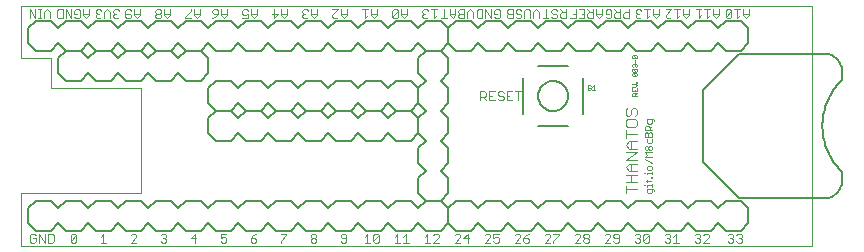
<source format=gto>
G75*
G70*
%OFA0B0*%
%FSLAX24Y24*%
%IPPOS*%
%LPD*%
%AMOC8*
5,1,8,0,0,1.08239X$1,22.5*
%
%ADD10C,0.0000*%
%ADD11C,0.0030*%
%ADD12C,0.0020*%
%ADD13C,0.0010*%
%ADD14C,0.0080*%
D10*
X000300Y002893D02*
X000300Y004643D01*
X004050Y004643D01*
X004300Y004643D01*
X004300Y008143D01*
X002050Y008143D01*
X001300Y008143D01*
X001300Y009143D01*
X000300Y009143D01*
X000300Y010889D01*
X000300Y010893D01*
X000300Y010889D02*
X026670Y010889D01*
X026670Y002893D01*
X000300Y002893D01*
D11*
X000615Y003057D02*
X000663Y003008D01*
X000760Y003008D01*
X000808Y003057D01*
X000808Y003153D01*
X000712Y003153D01*
X000615Y003057D02*
X000615Y003250D01*
X000663Y003299D01*
X000760Y003299D01*
X000808Y003250D01*
X000910Y003299D02*
X001103Y003008D01*
X001103Y003299D01*
X001204Y003299D02*
X001349Y003299D01*
X001398Y003250D01*
X001398Y003057D01*
X001349Y003008D01*
X001204Y003008D01*
X001204Y003299D01*
X000910Y003299D02*
X000910Y003008D01*
X001965Y003057D02*
X002158Y003250D01*
X002158Y003057D01*
X002110Y003008D01*
X002013Y003008D01*
X001965Y003057D01*
X001965Y003250D01*
X002013Y003299D01*
X002110Y003299D01*
X002158Y003250D01*
X002965Y003202D02*
X003062Y003299D01*
X003062Y003008D01*
X003158Y003008D02*
X002965Y003008D01*
X003965Y003008D02*
X004158Y003202D01*
X004158Y003250D01*
X004110Y003299D01*
X004013Y003299D01*
X003965Y003250D01*
X003965Y003008D02*
X004158Y003008D01*
X004965Y003057D02*
X005013Y003008D01*
X005110Y003008D01*
X005158Y003057D01*
X005158Y003105D01*
X005110Y003153D01*
X005062Y003153D01*
X005110Y003153D02*
X005158Y003202D01*
X005158Y003250D01*
X005110Y003299D01*
X005013Y003299D01*
X004965Y003250D01*
X005965Y003153D02*
X006158Y003153D01*
X006110Y003008D02*
X006110Y003299D01*
X005965Y003153D01*
X006965Y003153D02*
X007062Y003202D01*
X007110Y003202D01*
X007158Y003153D01*
X007158Y003057D01*
X007110Y003008D01*
X007013Y003008D01*
X006965Y003057D01*
X006965Y003153D02*
X006965Y003299D01*
X007158Y003299D01*
X007965Y003153D02*
X007965Y003057D01*
X008013Y003008D01*
X008110Y003008D01*
X008158Y003057D01*
X008158Y003105D01*
X008110Y003153D01*
X007965Y003153D01*
X008062Y003250D01*
X008158Y003299D01*
X008965Y003299D02*
X009158Y003299D01*
X009158Y003250D01*
X008965Y003057D01*
X008965Y003008D01*
X009965Y003057D02*
X009965Y003105D01*
X010013Y003153D01*
X010110Y003153D01*
X010158Y003105D01*
X010158Y003057D01*
X010110Y003008D01*
X010013Y003008D01*
X009965Y003057D01*
X010013Y003153D02*
X009965Y003202D01*
X009965Y003250D01*
X010013Y003299D01*
X010110Y003299D01*
X010158Y003250D01*
X010158Y003202D01*
X010110Y003153D01*
X010965Y003202D02*
X011013Y003153D01*
X011158Y003153D01*
X011158Y003057D02*
X011158Y003250D01*
X011110Y003299D01*
X011013Y003299D01*
X010965Y003250D01*
X010965Y003202D01*
X010965Y003057D02*
X011013Y003008D01*
X011110Y003008D01*
X011158Y003057D01*
X011765Y003008D02*
X011958Y003008D01*
X011862Y003008D02*
X011862Y003299D01*
X011765Y003202D01*
X012060Y003250D02*
X012060Y003057D01*
X012253Y003250D01*
X012253Y003057D01*
X012205Y003008D01*
X012108Y003008D01*
X012060Y003057D01*
X012060Y003250D02*
X012108Y003299D01*
X012205Y003299D01*
X012253Y003250D01*
X012765Y003202D02*
X012862Y003299D01*
X012862Y003008D01*
X012958Y003008D02*
X012765Y003008D01*
X013060Y003008D02*
X013253Y003008D01*
X013156Y003008D02*
X013156Y003299D01*
X013060Y003202D01*
X013765Y003202D02*
X013862Y003299D01*
X013862Y003008D01*
X013958Y003008D02*
X013765Y003008D01*
X014060Y003008D02*
X014253Y003202D01*
X014253Y003250D01*
X014205Y003299D01*
X014108Y003299D01*
X014060Y003250D01*
X014060Y003008D02*
X014253Y003008D01*
X014765Y003008D02*
X014958Y003202D01*
X014958Y003250D01*
X014910Y003299D01*
X014813Y003299D01*
X014765Y003250D01*
X015060Y003153D02*
X015253Y003153D01*
X015205Y003008D02*
X015205Y003299D01*
X015060Y003153D01*
X014958Y003008D02*
X014765Y003008D01*
X015765Y003008D02*
X015958Y003202D01*
X015958Y003250D01*
X015910Y003299D01*
X015813Y003299D01*
X015765Y003250D01*
X016060Y003299D02*
X016060Y003153D01*
X016156Y003202D01*
X016205Y003202D01*
X016253Y003153D01*
X016253Y003057D01*
X016205Y003008D01*
X016108Y003008D01*
X016060Y003057D01*
X015958Y003008D02*
X015765Y003008D01*
X016060Y003299D02*
X016253Y003299D01*
X016765Y003250D02*
X016813Y003299D01*
X016910Y003299D01*
X016958Y003250D01*
X016958Y003202D01*
X016765Y003008D01*
X016958Y003008D01*
X017060Y003057D02*
X017060Y003153D01*
X017205Y003153D01*
X017253Y003105D01*
X017253Y003057D01*
X017205Y003008D01*
X017108Y003008D01*
X017060Y003057D01*
X017060Y003153D02*
X017156Y003250D01*
X017253Y003299D01*
X017765Y003250D02*
X017813Y003299D01*
X017910Y003299D01*
X017958Y003250D01*
X017958Y003202D01*
X017765Y003008D01*
X017958Y003008D01*
X018060Y003008D02*
X018060Y003057D01*
X018253Y003250D01*
X018253Y003299D01*
X018060Y003299D01*
X018765Y003250D02*
X018813Y003299D01*
X018910Y003299D01*
X018958Y003250D01*
X018958Y003202D01*
X018765Y003008D01*
X018958Y003008D01*
X019060Y003057D02*
X019060Y003105D01*
X019108Y003153D01*
X019205Y003153D01*
X019253Y003105D01*
X019253Y003057D01*
X019205Y003008D01*
X019108Y003008D01*
X019060Y003057D01*
X019108Y003153D02*
X019060Y003202D01*
X019060Y003250D01*
X019108Y003299D01*
X019205Y003299D01*
X019253Y003250D01*
X019253Y003202D01*
X019205Y003153D01*
X019765Y003250D02*
X019813Y003299D01*
X019910Y003299D01*
X019958Y003250D01*
X019958Y003202D01*
X019765Y003008D01*
X019958Y003008D01*
X020060Y003057D02*
X020108Y003008D01*
X020205Y003008D01*
X020253Y003057D01*
X020253Y003250D01*
X020205Y003299D01*
X020108Y003299D01*
X020060Y003250D01*
X020060Y003202D01*
X020108Y003153D01*
X020253Y003153D01*
X020765Y003057D02*
X020813Y003008D01*
X020910Y003008D01*
X020958Y003057D01*
X020958Y003105D01*
X020910Y003153D01*
X020862Y003153D01*
X020910Y003153D02*
X020958Y003202D01*
X020958Y003250D01*
X020910Y003299D01*
X020813Y003299D01*
X020765Y003250D01*
X021060Y003250D02*
X021108Y003299D01*
X021205Y003299D01*
X021253Y003250D01*
X021060Y003057D01*
X021108Y003008D01*
X021205Y003008D01*
X021253Y003057D01*
X021253Y003250D01*
X021060Y003250D02*
X021060Y003057D01*
X021765Y003057D02*
X021813Y003008D01*
X021910Y003008D01*
X021958Y003057D01*
X021958Y003105D01*
X021910Y003153D01*
X021862Y003153D01*
X021910Y003153D02*
X021958Y003202D01*
X021958Y003250D01*
X021910Y003299D01*
X021813Y003299D01*
X021765Y003250D01*
X022060Y003202D02*
X022156Y003299D01*
X022156Y003008D01*
X022060Y003008D02*
X022253Y003008D01*
X022765Y003057D02*
X022813Y003008D01*
X022910Y003008D01*
X022958Y003057D01*
X022958Y003105D01*
X022910Y003153D01*
X022862Y003153D01*
X022910Y003153D02*
X022958Y003202D01*
X022958Y003250D01*
X022910Y003299D01*
X022813Y003299D01*
X022765Y003250D01*
X023060Y003250D02*
X023108Y003299D01*
X023205Y003299D01*
X023253Y003250D01*
X023253Y003202D01*
X023060Y003008D01*
X023253Y003008D01*
X023865Y003057D02*
X023913Y003008D01*
X024010Y003008D01*
X024058Y003057D01*
X024058Y003105D01*
X024010Y003153D01*
X023962Y003153D01*
X024010Y003153D02*
X024058Y003202D01*
X024058Y003250D01*
X024010Y003299D01*
X023913Y003299D01*
X023865Y003250D01*
X024160Y003250D02*
X024208Y003299D01*
X024305Y003299D01*
X024353Y003250D01*
X024353Y003202D01*
X024305Y003153D01*
X024353Y003105D01*
X024353Y003057D01*
X024305Y003008D01*
X024208Y003008D01*
X024160Y003057D01*
X024256Y003153D02*
X024305Y003153D01*
X020835Y004782D02*
X020465Y004782D01*
X020465Y004905D02*
X020465Y004658D01*
X020465Y005027D02*
X020835Y005027D01*
X020650Y005027D02*
X020650Y005273D01*
X020650Y005395D02*
X020650Y005642D01*
X020588Y005642D02*
X020835Y005642D01*
X020835Y005763D02*
X020465Y005763D01*
X020835Y006010D01*
X020465Y006010D01*
X020588Y006132D02*
X020465Y006255D01*
X020588Y006378D01*
X020835Y006378D01*
X020650Y006378D02*
X020650Y006132D01*
X020588Y006132D02*
X020835Y006132D01*
X020465Y006500D02*
X020465Y006747D01*
X020465Y006623D02*
X020835Y006623D01*
X020773Y006868D02*
X020526Y006868D01*
X020465Y006930D01*
X020465Y007053D01*
X020526Y007115D01*
X020773Y007115D01*
X020835Y007053D01*
X020835Y006930D01*
X020773Y006868D01*
X020773Y007237D02*
X020835Y007298D01*
X020835Y007422D01*
X020773Y007483D01*
X020712Y007483D01*
X020650Y007422D01*
X020650Y007298D01*
X020588Y007237D01*
X020526Y007237D01*
X020465Y007298D01*
X020465Y007422D01*
X020526Y007483D01*
X020588Y005642D02*
X020465Y005518D01*
X020588Y005395D01*
X020835Y005395D01*
X020835Y005273D02*
X020465Y005273D01*
X016890Y007758D02*
X016890Y008049D01*
X016794Y008049D02*
X016987Y008049D01*
X016692Y008049D02*
X016499Y008049D01*
X016499Y007758D01*
X016692Y007758D01*
X016596Y007903D02*
X016499Y007903D01*
X016398Y007855D02*
X016398Y007807D01*
X016349Y007758D01*
X016253Y007758D01*
X016204Y007807D01*
X016253Y007903D02*
X016204Y007952D01*
X016204Y008000D01*
X016253Y008049D01*
X016349Y008049D01*
X016398Y008000D01*
X016349Y007903D02*
X016398Y007855D01*
X016349Y007903D02*
X016253Y007903D01*
X016103Y007758D02*
X015910Y007758D01*
X015910Y008049D01*
X016103Y008049D01*
X016006Y007903D02*
X015910Y007903D01*
X015808Y007903D02*
X015760Y007855D01*
X015615Y007855D01*
X015615Y007758D02*
X015615Y008049D01*
X015760Y008049D01*
X015808Y008000D01*
X015808Y007903D01*
X015712Y007855D02*
X015808Y007758D01*
X015797Y010488D02*
X015797Y010778D01*
X015990Y010488D01*
X015990Y010778D01*
X016092Y010730D02*
X016140Y010778D01*
X016237Y010778D01*
X016285Y010730D01*
X016285Y010536D01*
X016237Y010488D01*
X016140Y010488D01*
X016092Y010536D01*
X016092Y010633D02*
X016188Y010633D01*
X016092Y010633D02*
X016092Y010730D01*
X015696Y010778D02*
X015696Y010488D01*
X015551Y010488D01*
X015502Y010536D01*
X015502Y010730D01*
X015551Y010778D01*
X015696Y010778D01*
X015385Y010682D02*
X015288Y010778D01*
X015192Y010682D01*
X015192Y010488D01*
X015090Y010488D02*
X014945Y010488D01*
X014897Y010536D01*
X014897Y010585D01*
X014945Y010633D01*
X015090Y010633D01*
X014945Y010633D02*
X014897Y010682D01*
X014897Y010730D01*
X014945Y010778D01*
X015090Y010778D01*
X015090Y010488D01*
X015385Y010488D02*
X015385Y010682D01*
X014796Y010633D02*
X014602Y010633D01*
X014602Y010585D02*
X014602Y010778D01*
X014796Y010778D02*
X014796Y010585D01*
X014699Y010488D01*
X014602Y010585D01*
X014501Y010488D02*
X014308Y010488D01*
X014404Y010488D02*
X014404Y010778D01*
X014185Y010778D02*
X013992Y010778D01*
X014088Y010778D02*
X014088Y010488D01*
X014185Y010585D01*
X013890Y010536D02*
X013842Y010488D01*
X013745Y010488D01*
X013697Y010536D01*
X013697Y010585D01*
X013745Y010633D01*
X013697Y010682D01*
X013697Y010730D01*
X013745Y010778D01*
X013842Y010778D01*
X013890Y010730D01*
X013794Y010633D02*
X013745Y010633D01*
X013185Y010633D02*
X012992Y010633D01*
X012992Y010585D02*
X012992Y010778D01*
X012890Y010730D02*
X012697Y010536D01*
X012697Y010730D01*
X012745Y010778D01*
X012842Y010778D01*
X012890Y010730D01*
X012890Y010536D01*
X012842Y010488D01*
X012745Y010488D01*
X012697Y010536D01*
X012992Y010585D02*
X013088Y010488D01*
X013185Y010585D01*
X013185Y010778D01*
X012185Y010778D02*
X012185Y010585D01*
X012088Y010488D01*
X011992Y010585D01*
X011992Y010778D01*
X011890Y010778D02*
X011697Y010778D01*
X011794Y010778D02*
X011794Y010488D01*
X011890Y010585D01*
X011992Y010633D02*
X012185Y010633D01*
X011185Y010633D02*
X010992Y010633D01*
X010992Y010585D02*
X010992Y010778D01*
X010890Y010778D02*
X010697Y010585D01*
X010697Y010536D01*
X010745Y010488D01*
X010842Y010488D01*
X010890Y010536D01*
X010992Y010585D02*
X011088Y010488D01*
X011185Y010585D01*
X011185Y010778D01*
X010890Y010778D02*
X010697Y010778D01*
X010185Y010778D02*
X010185Y010585D01*
X010088Y010488D01*
X009992Y010585D01*
X009992Y010778D01*
X009890Y010730D02*
X009842Y010778D01*
X009745Y010778D01*
X009697Y010730D01*
X009697Y010682D01*
X009745Y010633D01*
X009794Y010633D01*
X009745Y010633D02*
X009697Y010585D01*
X009697Y010536D01*
X009745Y010488D01*
X009842Y010488D01*
X009890Y010536D01*
X009992Y010633D02*
X010185Y010633D01*
X009185Y010633D02*
X008992Y010633D01*
X008992Y010585D02*
X008992Y010778D01*
X008890Y010633D02*
X008697Y010633D01*
X008745Y010488D02*
X008890Y010633D01*
X008992Y010585D02*
X009088Y010488D01*
X009185Y010585D01*
X009185Y010778D01*
X008745Y010778D02*
X008745Y010488D01*
X008185Y010585D02*
X008185Y010778D01*
X008185Y010633D02*
X007992Y010633D01*
X007992Y010585D02*
X007992Y010778D01*
X007890Y010730D02*
X007842Y010778D01*
X007745Y010778D01*
X007697Y010730D01*
X007697Y010633D01*
X007745Y010585D01*
X007794Y010585D01*
X007890Y010633D01*
X007890Y010488D01*
X007697Y010488D01*
X007992Y010585D02*
X008088Y010488D01*
X008185Y010585D01*
X007185Y010585D02*
X007088Y010488D01*
X006992Y010585D01*
X006992Y010778D01*
X006890Y010730D02*
X006842Y010778D01*
X006745Y010778D01*
X006697Y010730D01*
X006697Y010682D01*
X006745Y010633D01*
X006890Y010633D01*
X006890Y010730D01*
X006890Y010633D02*
X006794Y010536D01*
X006697Y010488D01*
X006285Y010585D02*
X006188Y010488D01*
X006092Y010585D01*
X006092Y010778D01*
X005990Y010778D02*
X005990Y010730D01*
X005797Y010536D01*
X005797Y010488D01*
X005990Y010488D01*
X006092Y010633D02*
X006285Y010633D01*
X006285Y010585D02*
X006285Y010778D01*
X006992Y010633D02*
X007185Y010633D01*
X007185Y010585D02*
X007185Y010778D01*
X005285Y010778D02*
X005285Y010585D01*
X005188Y010488D01*
X005092Y010585D01*
X005092Y010778D01*
X004990Y010730D02*
X004990Y010682D01*
X004942Y010633D01*
X004845Y010633D01*
X004797Y010682D01*
X004797Y010730D01*
X004845Y010778D01*
X004942Y010778D01*
X004990Y010730D01*
X004942Y010633D02*
X004990Y010585D01*
X004990Y010536D01*
X004942Y010488D01*
X004845Y010488D01*
X004797Y010536D01*
X004797Y010585D01*
X004845Y010633D01*
X005092Y010633D02*
X005285Y010633D01*
X004285Y010633D02*
X004092Y010633D01*
X004092Y010585D02*
X004092Y010778D01*
X003990Y010730D02*
X003942Y010778D01*
X003845Y010778D01*
X003797Y010730D01*
X003797Y010536D01*
X003845Y010488D01*
X003942Y010488D01*
X003990Y010536D01*
X003990Y010585D01*
X003942Y010633D01*
X003797Y010633D01*
X003585Y010536D02*
X003537Y010488D01*
X003440Y010488D01*
X003392Y010536D01*
X003392Y010585D01*
X003440Y010633D01*
X003392Y010682D01*
X003392Y010730D01*
X003440Y010778D01*
X003537Y010778D01*
X003585Y010730D01*
X003488Y010633D02*
X003440Y010633D01*
X003290Y010682D02*
X003290Y010488D01*
X003097Y010488D02*
X003097Y010682D01*
X003194Y010778D01*
X003290Y010682D01*
X002996Y010730D02*
X002947Y010778D01*
X002851Y010778D01*
X002802Y010730D01*
X002802Y010682D01*
X002851Y010633D01*
X002899Y010633D01*
X002851Y010633D02*
X002802Y010585D01*
X002802Y010536D01*
X002851Y010488D01*
X002947Y010488D01*
X002996Y010536D01*
X002585Y010585D02*
X002488Y010488D01*
X002392Y010585D01*
X002392Y010778D01*
X002290Y010730D02*
X002242Y010778D01*
X002145Y010778D01*
X002097Y010730D01*
X002097Y010633D01*
X002194Y010633D01*
X002290Y010536D02*
X002290Y010730D01*
X002392Y010633D02*
X002585Y010633D01*
X002585Y010585D02*
X002585Y010778D01*
X002290Y010536D02*
X002242Y010488D01*
X002145Y010488D01*
X002097Y010536D01*
X001996Y010488D02*
X001802Y010778D01*
X001802Y010488D01*
X001701Y010488D02*
X001556Y010488D01*
X001508Y010536D01*
X001508Y010730D01*
X001556Y010778D01*
X001701Y010778D01*
X001701Y010488D01*
X001996Y010488D02*
X001996Y010778D01*
X001285Y010682D02*
X001285Y010488D01*
X001092Y010488D02*
X001092Y010682D01*
X001188Y010778D01*
X001285Y010682D01*
X000990Y010778D02*
X000894Y010778D01*
X000942Y010778D02*
X000942Y010488D01*
X000990Y010488D02*
X000894Y010488D01*
X000794Y010488D02*
X000600Y010778D01*
X000600Y010488D01*
X000794Y010488D02*
X000794Y010778D01*
X004092Y010585D02*
X004188Y010488D01*
X004285Y010585D01*
X004285Y010778D01*
X016508Y010730D02*
X016556Y010778D01*
X016701Y010778D01*
X016701Y010488D01*
X016556Y010488D01*
X016508Y010536D01*
X016508Y010585D01*
X016556Y010633D01*
X016701Y010633D01*
X016802Y010682D02*
X016802Y010730D01*
X016851Y010778D01*
X016947Y010778D01*
X016996Y010730D01*
X017097Y010730D02*
X017097Y010488D01*
X016996Y010536D02*
X016996Y010585D01*
X016947Y010633D01*
X016851Y010633D01*
X016802Y010682D01*
X016802Y010536D02*
X016851Y010488D01*
X016947Y010488D01*
X016996Y010536D01*
X017097Y010730D02*
X017145Y010778D01*
X017242Y010778D01*
X017290Y010730D01*
X017290Y010488D01*
X017392Y010488D02*
X017392Y010682D01*
X017488Y010778D01*
X017585Y010682D01*
X017585Y010488D01*
X017702Y010488D02*
X017896Y010488D01*
X017799Y010488D02*
X017799Y010778D01*
X017997Y010730D02*
X018045Y010778D01*
X018142Y010778D01*
X018190Y010730D01*
X018142Y010633D02*
X018190Y010585D01*
X018190Y010536D01*
X018142Y010488D01*
X018045Y010488D01*
X017997Y010536D01*
X018045Y010633D02*
X017997Y010682D01*
X017997Y010730D01*
X018045Y010633D02*
X018142Y010633D01*
X018292Y010633D02*
X018292Y010536D01*
X018340Y010488D01*
X018485Y010488D01*
X018485Y010778D01*
X018485Y010682D02*
X018340Y010682D01*
X018292Y010633D01*
X018388Y010682D02*
X018292Y010778D01*
X018704Y010633D02*
X018801Y010633D01*
X018801Y010488D02*
X018608Y010488D01*
X018801Y010488D02*
X018801Y010778D01*
X018902Y010778D02*
X019096Y010778D01*
X019096Y010488D01*
X018902Y010488D01*
X018999Y010633D02*
X019096Y010633D01*
X019197Y010633D02*
X019245Y010682D01*
X019390Y010682D01*
X019390Y010778D02*
X019390Y010488D01*
X019245Y010488D01*
X019197Y010536D01*
X019197Y010633D01*
X019294Y010682D02*
X019197Y010778D01*
X019492Y010778D02*
X019492Y010585D01*
X019588Y010488D01*
X019685Y010585D01*
X019685Y010778D01*
X019802Y010730D02*
X019802Y010633D01*
X019899Y010633D01*
X019996Y010536D02*
X019996Y010730D01*
X019947Y010778D01*
X019851Y010778D01*
X019802Y010730D01*
X019685Y010633D02*
X019492Y010633D01*
X019802Y010536D02*
X019851Y010488D01*
X019947Y010488D01*
X019996Y010536D01*
X020097Y010536D02*
X020097Y010633D01*
X020145Y010682D01*
X020290Y010682D01*
X020290Y010778D02*
X020290Y010488D01*
X020145Y010488D01*
X020097Y010536D01*
X020194Y010682D02*
X020097Y010778D01*
X020392Y010633D02*
X020440Y010682D01*
X020585Y010682D01*
X020585Y010778D02*
X020585Y010488D01*
X020440Y010488D01*
X020392Y010536D01*
X020392Y010633D01*
X020802Y010585D02*
X020851Y010633D01*
X020802Y010682D01*
X020802Y010730D01*
X020851Y010778D01*
X020947Y010778D01*
X020996Y010730D01*
X021097Y010778D02*
X021290Y010778D01*
X021194Y010778D02*
X021194Y010488D01*
X021290Y010585D01*
X021392Y010585D02*
X021392Y010778D01*
X021392Y010633D02*
X021585Y010633D01*
X021585Y010585D02*
X021488Y010488D01*
X021392Y010585D01*
X021585Y010585D02*
X021585Y010778D01*
X021802Y010778D02*
X021996Y010778D01*
X021802Y010585D01*
X021802Y010536D01*
X021851Y010488D01*
X021947Y010488D01*
X021996Y010536D01*
X022194Y010488D02*
X022194Y010778D01*
X022290Y010778D02*
X022097Y010778D01*
X022392Y010778D02*
X022392Y010585D01*
X022488Y010488D01*
X022585Y010585D01*
X022585Y010778D01*
X022585Y010633D02*
X022392Y010633D01*
X022290Y010585D02*
X022194Y010488D01*
X022802Y010778D02*
X022996Y010778D01*
X022899Y010778D02*
X022899Y010488D01*
X022996Y010585D01*
X023194Y010488D02*
X023194Y010778D01*
X023290Y010778D02*
X023097Y010778D01*
X023392Y010778D02*
X023392Y010585D01*
X023488Y010488D01*
X023585Y010585D01*
X023585Y010778D01*
X023585Y010633D02*
X023392Y010633D01*
X023290Y010585D02*
X023194Y010488D01*
X023802Y010536D02*
X023996Y010730D01*
X023947Y010778D01*
X023851Y010778D01*
X023802Y010730D01*
X023802Y010536D01*
X023851Y010488D01*
X023947Y010488D01*
X023996Y010536D01*
X023996Y010730D01*
X024097Y010778D02*
X024290Y010778D01*
X024194Y010778D02*
X024194Y010488D01*
X024290Y010585D01*
X024392Y010585D02*
X024392Y010778D01*
X024392Y010633D02*
X024585Y010633D01*
X024585Y010585D02*
X024488Y010488D01*
X024392Y010585D01*
X024585Y010585D02*
X024585Y010778D01*
X020996Y010536D02*
X020947Y010488D01*
X020851Y010488D01*
X020802Y010536D01*
X020802Y010585D01*
X020851Y010633D02*
X020899Y010633D01*
X016556Y010633D02*
X016508Y010682D01*
X016508Y010730D01*
D12*
X021193Y007120D02*
X021193Y007010D01*
X021230Y006974D01*
X021303Y006974D01*
X021340Y007010D01*
X021340Y007120D01*
X021377Y007120D02*
X021193Y007120D01*
X021377Y007120D02*
X021413Y007084D01*
X021413Y007047D01*
X021340Y006899D02*
X021267Y006826D01*
X021267Y006863D02*
X021267Y006753D01*
X021340Y006753D02*
X021120Y006753D01*
X021120Y006863D01*
X021157Y006899D01*
X021230Y006899D01*
X021267Y006863D01*
X021267Y006678D02*
X021230Y006642D01*
X021230Y006532D01*
X021193Y006458D02*
X021193Y006347D01*
X021230Y006311D01*
X021303Y006311D01*
X021340Y006347D01*
X021340Y006458D01*
X021340Y006532D02*
X021340Y006642D01*
X021303Y006678D01*
X021267Y006678D01*
X021230Y006642D02*
X021193Y006678D01*
X021157Y006678D01*
X021120Y006642D01*
X021120Y006532D01*
X021340Y006532D01*
X021303Y006237D02*
X021340Y006200D01*
X021340Y006126D01*
X021303Y006090D01*
X021267Y006090D01*
X021230Y006126D01*
X021230Y006200D01*
X021267Y006237D01*
X021303Y006237D01*
X021230Y006200D02*
X021193Y006237D01*
X021157Y006237D01*
X021120Y006200D01*
X021120Y006126D01*
X021157Y006090D01*
X021193Y006090D01*
X021230Y006126D01*
X021120Y006016D02*
X021340Y006016D01*
X021193Y005942D02*
X021120Y006016D01*
X021193Y005942D02*
X021120Y005869D01*
X021340Y005869D01*
X021340Y005648D02*
X021120Y005795D01*
X021230Y005574D02*
X021193Y005537D01*
X021193Y005463D01*
X021230Y005427D01*
X021303Y005427D01*
X021340Y005463D01*
X021340Y005537D01*
X021303Y005574D01*
X021230Y005574D01*
X021340Y005353D02*
X021340Y005279D01*
X021340Y005316D02*
X021193Y005316D01*
X021193Y005279D01*
X021120Y005316D02*
X021083Y005316D01*
X021303Y005206D02*
X021340Y005206D01*
X021340Y005169D01*
X021303Y005169D01*
X021303Y005206D01*
X021340Y005095D02*
X021303Y005058D01*
X021157Y005058D01*
X021193Y005022D02*
X021193Y005095D01*
X021193Y004911D02*
X021340Y004911D01*
X021340Y004874D02*
X021340Y004948D01*
X021340Y004800D02*
X021340Y004690D01*
X021303Y004653D01*
X021230Y004653D01*
X021193Y004690D01*
X021193Y004800D01*
X021377Y004800D01*
X021413Y004763D01*
X021413Y004727D01*
X021193Y004874D02*
X021193Y004911D01*
X021120Y004911D02*
X021083Y004911D01*
D13*
X020845Y007898D02*
X020695Y007898D01*
X020695Y007973D01*
X020720Y007998D01*
X020770Y007998D01*
X020795Y007973D01*
X020795Y007898D01*
X020795Y007948D02*
X020845Y007998D01*
X020845Y008046D02*
X020845Y008146D01*
X020795Y008193D02*
X020845Y008243D01*
X020795Y008293D01*
X020695Y008293D01*
X020695Y008193D02*
X020795Y008193D01*
X020770Y008096D02*
X020770Y008046D01*
X020695Y008046D02*
X020845Y008046D01*
X020695Y008046D02*
X020695Y008146D01*
X020820Y008340D02*
X020820Y008365D01*
X020845Y008365D01*
X020845Y008340D01*
X020820Y008340D01*
X020820Y008561D02*
X020720Y008661D01*
X020820Y008661D01*
X020845Y008636D01*
X020845Y008586D01*
X020820Y008561D01*
X020720Y008561D01*
X020695Y008586D01*
X020695Y008636D01*
X020720Y008661D01*
X020720Y008709D02*
X020695Y008734D01*
X020695Y008784D01*
X020720Y008809D01*
X020820Y008709D01*
X020845Y008734D01*
X020845Y008784D01*
X020820Y008809D01*
X020720Y008809D01*
X020720Y008856D02*
X020695Y008881D01*
X020695Y008931D01*
X020720Y008956D01*
X020745Y008956D01*
X020770Y008931D01*
X020795Y008956D01*
X020820Y008956D01*
X020845Y008931D01*
X020845Y008881D01*
X020820Y008856D01*
X020770Y008906D02*
X020770Y008931D01*
X020770Y009003D02*
X020770Y009103D01*
X020820Y009151D02*
X020720Y009251D01*
X020820Y009251D01*
X020845Y009226D01*
X020845Y009176D01*
X020820Y009151D01*
X020720Y009151D01*
X020695Y009176D01*
X020695Y009226D01*
X020720Y009251D01*
X020720Y008709D02*
X020820Y008709D01*
X019402Y008248D02*
X019402Y008098D01*
X019352Y008098D02*
X019452Y008098D01*
X019352Y008198D02*
X019402Y008248D01*
X019305Y008223D02*
X019280Y008248D01*
X019230Y008248D01*
X019205Y008223D01*
X019205Y008198D01*
X019230Y008173D01*
X019280Y008173D01*
X019305Y008148D01*
X019305Y008123D01*
X019280Y008098D01*
X019230Y008098D01*
X019205Y008123D01*
D14*
X019050Y008500D02*
X019050Y007287D01*
X018538Y006893D02*
X017562Y006893D01*
X017050Y007287D02*
X017050Y008500D01*
X017562Y008893D02*
X018550Y008893D01*
X018300Y009393D02*
X017800Y009393D01*
X017550Y009643D01*
X017300Y009393D01*
X016800Y009393D01*
X016550Y009643D01*
X016300Y009393D01*
X015800Y009393D01*
X015550Y009643D01*
X015300Y009393D01*
X014800Y009393D01*
X014550Y009643D01*
X014550Y010143D01*
X014800Y010393D01*
X015300Y010393D01*
X015550Y010143D01*
X015800Y010393D01*
X016300Y010393D01*
X016550Y010143D01*
X016800Y010393D01*
X017300Y010393D01*
X017550Y010143D01*
X017800Y010393D01*
X018300Y010393D01*
X018550Y010143D01*
X018800Y010393D01*
X019300Y010393D01*
X019550Y010143D01*
X019800Y010393D01*
X020300Y010393D01*
X020550Y010143D01*
X020800Y010393D01*
X021300Y010393D01*
X021550Y010143D01*
X021800Y010393D01*
X022300Y010393D01*
X022550Y010143D01*
X022800Y010393D01*
X023300Y010393D01*
X023550Y010143D01*
X023800Y010393D01*
X024300Y010393D01*
X024550Y010143D01*
X024550Y009643D01*
X024300Y009393D01*
X023800Y009393D01*
X023550Y009643D01*
X023300Y009393D01*
X022800Y009393D01*
X022550Y009643D01*
X022300Y009393D01*
X021800Y009393D01*
X021550Y009643D01*
X021300Y009393D01*
X020800Y009393D01*
X020550Y009643D01*
X020300Y009393D01*
X019800Y009393D01*
X019550Y009643D01*
X019300Y009393D01*
X018800Y009393D01*
X018550Y009643D01*
X018300Y009393D01*
X017550Y007893D02*
X017552Y007937D01*
X017558Y007981D01*
X017568Y008024D01*
X017581Y008066D01*
X017598Y008107D01*
X017619Y008146D01*
X017643Y008183D01*
X017670Y008218D01*
X017700Y008250D01*
X017733Y008280D01*
X017769Y008306D01*
X017806Y008330D01*
X017846Y008349D01*
X017887Y008366D01*
X017930Y008378D01*
X017973Y008387D01*
X018017Y008392D01*
X018061Y008393D01*
X018105Y008390D01*
X018149Y008383D01*
X018192Y008372D01*
X018234Y008358D01*
X018274Y008340D01*
X018313Y008318D01*
X018349Y008294D01*
X018383Y008266D01*
X018415Y008235D01*
X018444Y008201D01*
X018470Y008165D01*
X018492Y008127D01*
X018511Y008087D01*
X018526Y008045D01*
X018538Y008003D01*
X018546Y007959D01*
X018550Y007915D01*
X018550Y007871D01*
X018546Y007827D01*
X018538Y007783D01*
X018526Y007741D01*
X018511Y007699D01*
X018492Y007659D01*
X018470Y007621D01*
X018444Y007585D01*
X018415Y007551D01*
X018383Y007520D01*
X018349Y007492D01*
X018313Y007468D01*
X018274Y007446D01*
X018234Y007428D01*
X018192Y007414D01*
X018149Y007403D01*
X018105Y007396D01*
X018061Y007393D01*
X018017Y007394D01*
X017973Y007399D01*
X017930Y007408D01*
X017887Y007420D01*
X017846Y007437D01*
X017806Y007456D01*
X017769Y007480D01*
X017733Y007506D01*
X017700Y007536D01*
X017670Y007568D01*
X017643Y007603D01*
X017619Y007640D01*
X017598Y007679D01*
X017581Y007720D01*
X017568Y007762D01*
X017558Y007805D01*
X017552Y007849D01*
X017550Y007893D01*
X014550Y008143D02*
X014550Y007643D01*
X014300Y007393D01*
X014550Y007143D01*
X014550Y006643D01*
X014300Y006393D01*
X014550Y006143D01*
X014550Y005643D01*
X014300Y005393D01*
X014550Y005143D01*
X014550Y004643D01*
X014300Y004393D01*
X013800Y004393D01*
X013550Y004143D01*
X013300Y004393D01*
X012800Y004393D01*
X012550Y004143D01*
X012300Y004393D01*
X011800Y004393D01*
X011550Y004143D01*
X011300Y004393D01*
X010800Y004393D01*
X010550Y004143D01*
X010300Y004393D01*
X009800Y004393D01*
X009550Y004143D01*
X009300Y004393D01*
X008800Y004393D01*
X008550Y004143D01*
X008300Y004393D01*
X007800Y004393D01*
X007550Y004143D01*
X007300Y004393D01*
X006800Y004393D01*
X006550Y004143D01*
X006300Y004393D01*
X005800Y004393D01*
X005550Y004143D01*
X005300Y004393D01*
X004800Y004393D01*
X004550Y004143D01*
X004300Y004393D01*
X003800Y004393D01*
X003550Y004143D01*
X003300Y004393D01*
X002800Y004393D01*
X002550Y004143D01*
X002300Y004393D01*
X001800Y004393D01*
X001550Y004143D01*
X001300Y004393D01*
X000800Y004393D01*
X000550Y004143D01*
X000550Y003643D01*
X000800Y003393D01*
X001300Y003393D01*
X001550Y003643D01*
X001800Y003393D01*
X002300Y003393D01*
X002550Y003643D01*
X002800Y003393D01*
X003300Y003393D01*
X003550Y003643D01*
X003800Y003393D01*
X004300Y003393D01*
X004550Y003643D01*
X004800Y003393D01*
X005300Y003393D01*
X005550Y003643D01*
X005800Y003393D01*
X006300Y003393D01*
X006550Y003643D01*
X006800Y003393D01*
X007300Y003393D01*
X007550Y003643D01*
X007800Y003393D01*
X008300Y003393D01*
X008550Y003643D01*
X008800Y003393D01*
X009300Y003393D01*
X009550Y003643D01*
X009800Y003393D01*
X010300Y003393D01*
X010550Y003643D01*
X010800Y003393D01*
X011300Y003393D01*
X011550Y003643D01*
X011800Y003393D01*
X012300Y003393D01*
X012550Y003643D01*
X012800Y003393D01*
X013300Y003393D01*
X013550Y003643D01*
X013800Y003393D01*
X014300Y003393D01*
X014550Y003643D01*
X014550Y004143D01*
X014300Y004393D01*
X013800Y004393D01*
X013550Y004643D01*
X013550Y005143D01*
X013800Y005393D01*
X013550Y005643D01*
X013550Y006143D01*
X013800Y006393D01*
X013550Y006643D01*
X013550Y007143D01*
X013800Y007393D01*
X013550Y007643D01*
X013550Y008143D01*
X013800Y008393D01*
X013550Y008643D01*
X013550Y009143D01*
X013800Y009393D01*
X013550Y009643D01*
X013300Y009393D01*
X012800Y009393D01*
X012550Y009643D01*
X012300Y009393D01*
X011800Y009393D01*
X011550Y009643D01*
X011300Y009393D01*
X010800Y009393D01*
X010550Y009643D01*
X010300Y009393D01*
X009800Y009393D01*
X009550Y009643D01*
X009300Y009393D01*
X008800Y009393D01*
X008550Y009643D01*
X008300Y009393D01*
X007800Y009393D01*
X007550Y009643D01*
X007300Y009393D01*
X006800Y009393D01*
X006550Y009643D01*
X006300Y009393D01*
X006550Y009143D01*
X006550Y008643D01*
X006300Y008393D01*
X005800Y008393D01*
X005550Y008643D01*
X005300Y008393D01*
X004800Y008393D01*
X004550Y008643D01*
X004300Y008393D01*
X003800Y008393D01*
X003550Y008643D01*
X003300Y008393D01*
X002800Y008393D01*
X002550Y008643D01*
X002300Y008393D01*
X001800Y008393D01*
X001550Y008643D01*
X001550Y009143D01*
X001800Y009393D01*
X002300Y009393D01*
X002550Y009143D01*
X002800Y009393D01*
X003300Y009393D01*
X003550Y009143D01*
X003800Y009393D01*
X004300Y009393D01*
X004550Y009143D01*
X004800Y009393D01*
X005300Y009393D01*
X005550Y009143D01*
X005800Y009393D01*
X006300Y009393D01*
X005800Y009393D01*
X005550Y009643D01*
X005300Y009393D01*
X004800Y009393D01*
X004550Y009643D01*
X004300Y009393D01*
X003800Y009393D01*
X003550Y009643D01*
X003300Y009393D01*
X002800Y009393D01*
X002550Y009643D01*
X002300Y009393D01*
X001800Y009393D01*
X001550Y009643D01*
X001300Y009393D01*
X000800Y009393D01*
X000550Y009643D01*
X000550Y010143D01*
X000800Y010393D01*
X001300Y010393D01*
X001550Y010143D01*
X001800Y010393D01*
X002300Y010393D01*
X002550Y010143D01*
X002800Y010393D01*
X003300Y010393D01*
X003550Y010143D01*
X003800Y010393D01*
X004300Y010393D01*
X004550Y010143D01*
X004800Y010393D01*
X005300Y010393D01*
X005550Y010143D01*
X005800Y010393D01*
X006300Y010393D01*
X006550Y010143D01*
X006800Y010393D01*
X007300Y010393D01*
X007550Y010143D01*
X007800Y010393D01*
X008300Y010393D01*
X008550Y010143D01*
X008800Y010393D01*
X009300Y010393D01*
X009550Y010143D01*
X009800Y010393D01*
X010300Y010393D01*
X010550Y010143D01*
X010800Y010393D01*
X011300Y010393D01*
X011550Y010143D01*
X011800Y010393D01*
X012300Y010393D01*
X012550Y010143D01*
X012800Y010393D01*
X013300Y010393D01*
X013550Y010143D01*
X013800Y010393D01*
X014300Y010393D01*
X014550Y010143D01*
X014550Y009643D01*
X014300Y009393D01*
X013800Y009393D01*
X014300Y009393D01*
X014550Y009143D01*
X014550Y008643D01*
X014300Y008393D01*
X014550Y008143D01*
X013550Y008143D02*
X013550Y007643D01*
X013300Y007393D01*
X013550Y007143D01*
X013550Y006643D01*
X013300Y006393D01*
X012800Y006393D01*
X012550Y006643D01*
X012300Y006393D01*
X011800Y006393D01*
X011550Y006643D01*
X011300Y006393D01*
X010800Y006393D01*
X010550Y006643D01*
X010300Y006393D01*
X009800Y006393D01*
X009550Y006643D01*
X009300Y006393D01*
X008800Y006393D01*
X008550Y006643D01*
X008300Y006393D01*
X007800Y006393D01*
X007550Y006643D01*
X007300Y006393D01*
X006800Y006393D01*
X006550Y006643D01*
X006550Y007143D01*
X006800Y007393D01*
X007300Y007393D01*
X007550Y007143D01*
X007800Y007393D01*
X008300Y007393D01*
X008550Y007143D01*
X008800Y007393D01*
X009300Y007393D01*
X009550Y007143D01*
X009800Y007393D01*
X010300Y007393D01*
X010550Y007143D01*
X010800Y007393D01*
X011300Y007393D01*
X011550Y007143D01*
X011800Y007393D01*
X012300Y007393D01*
X012550Y007143D01*
X012800Y007393D01*
X013300Y007393D01*
X012800Y007393D01*
X012550Y007643D01*
X012300Y007393D01*
X011800Y007393D01*
X011550Y007643D01*
X011300Y007393D01*
X010800Y007393D01*
X010550Y007643D01*
X010300Y007393D01*
X009800Y007393D01*
X009550Y007643D01*
X009300Y007393D01*
X008800Y007393D01*
X008550Y007643D01*
X008300Y007393D01*
X007800Y007393D01*
X007550Y007643D01*
X007300Y007393D01*
X006800Y007393D01*
X006550Y007643D01*
X006550Y008143D01*
X006800Y008393D01*
X007300Y008393D01*
X007550Y008143D01*
X007800Y008393D01*
X008300Y008393D01*
X008550Y008143D01*
X008800Y008393D01*
X009300Y008393D01*
X009550Y008143D01*
X009800Y008393D01*
X010300Y008393D01*
X010550Y008143D01*
X010800Y008393D01*
X011300Y008393D01*
X011550Y008143D01*
X011800Y008393D01*
X012300Y008393D01*
X012550Y008143D01*
X012800Y008393D01*
X013300Y008393D01*
X013550Y008143D01*
X014800Y004393D02*
X015300Y004393D01*
X015550Y004143D01*
X015800Y004393D01*
X016300Y004393D01*
X016550Y004143D01*
X016800Y004393D01*
X017300Y004393D01*
X017550Y004143D01*
X017800Y004393D01*
X018300Y004393D01*
X018550Y004143D01*
X018800Y004393D01*
X019300Y004393D01*
X019550Y004143D01*
X019800Y004393D01*
X020300Y004393D01*
X020550Y004143D01*
X020800Y004393D01*
X021300Y004393D01*
X021550Y004143D01*
X021800Y004393D01*
X022300Y004393D01*
X022550Y004143D01*
X022800Y004393D01*
X023300Y004393D01*
X023550Y004143D01*
X023800Y004393D01*
X024300Y004393D01*
X024550Y004143D01*
X024550Y003643D01*
X024300Y003393D01*
X023800Y003393D01*
X023550Y003643D01*
X023300Y003393D01*
X022800Y003393D01*
X022550Y003643D01*
X022300Y003393D01*
X021800Y003393D01*
X021550Y003643D01*
X021300Y003393D01*
X020800Y003393D01*
X020550Y003643D01*
X020300Y003393D01*
X019800Y003393D01*
X019550Y003643D01*
X019300Y003393D01*
X018800Y003393D01*
X018550Y003643D01*
X018300Y003393D01*
X017800Y003393D01*
X017550Y003643D01*
X017300Y003393D01*
X016800Y003393D01*
X016550Y003643D01*
X016300Y003393D01*
X015800Y003393D01*
X015550Y003643D01*
X015300Y003393D01*
X014800Y003393D01*
X014550Y003643D01*
X014550Y004143D01*
X014800Y004393D01*
X023050Y005693D02*
X023050Y008093D01*
X024250Y009293D01*
X027250Y009293D01*
X027298Y009272D01*
X027344Y009248D01*
X027388Y009221D01*
X027430Y009190D01*
X027470Y009156D01*
X027507Y009120D01*
X027541Y009081D01*
X027572Y009039D01*
X027600Y008995D01*
X027625Y008949D01*
X027646Y008902D01*
X027664Y008853D01*
X027677Y008803D01*
X027688Y008751D01*
X027694Y008700D01*
X027696Y008648D01*
X027694Y008596D01*
X027689Y008544D01*
X027680Y008493D01*
X027666Y008442D01*
X027650Y008393D01*
X027581Y008320D01*
X027514Y008243D01*
X027452Y008164D01*
X027393Y008082D01*
X027339Y007997D01*
X027288Y007909D01*
X027242Y007820D01*
X027200Y007728D01*
X027163Y007634D01*
X027130Y007539D01*
X027101Y007442D01*
X027077Y007344D01*
X027058Y007245D01*
X027044Y007145D01*
X027034Y007044D01*
X027030Y006943D01*
X027030Y006843D01*
X027034Y006742D01*
X027044Y006641D01*
X027058Y006541D01*
X027077Y006442D01*
X027101Y006344D01*
X027130Y006247D01*
X027163Y006152D01*
X027200Y006058D01*
X027242Y005966D01*
X027288Y005877D01*
X027339Y005789D01*
X027393Y005704D01*
X027452Y005622D01*
X027514Y005543D01*
X027581Y005466D01*
X027650Y005393D01*
X027666Y005344D01*
X027680Y005293D01*
X027689Y005242D01*
X027694Y005190D01*
X027696Y005138D01*
X027694Y005086D01*
X027688Y005035D01*
X027677Y004983D01*
X027664Y004933D01*
X027646Y004884D01*
X027625Y004837D01*
X027600Y004791D01*
X027572Y004747D01*
X027541Y004705D01*
X027507Y004666D01*
X027470Y004630D01*
X027430Y004596D01*
X027388Y004565D01*
X027344Y004538D01*
X027298Y004514D01*
X027250Y004493D01*
X024250Y004493D01*
X023050Y005693D01*
M02*

</source>
